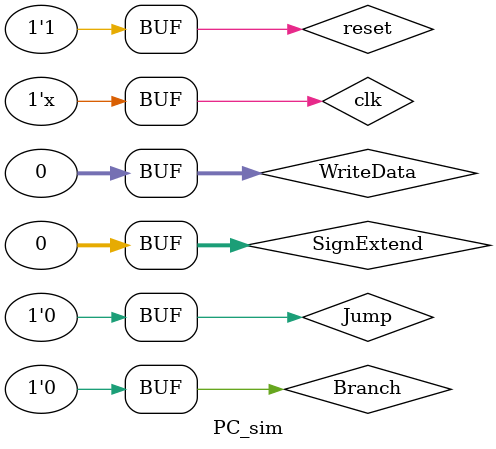
<source format=v>
`timescale 1ns / 1ps

    
module PC_sim;

    reg clk;
    reg reset;
    
    wire [31:0] CurAddress;
    
    reg Jump = 0,Branch = 0;
    
    wire [31:0] Instruction;
    reg [31:0] SignExtend = 0;
    
    wire [31:0] WriteData = 0; 
    wire [31:0] ExtendedData;
    
    wire [31:0] ReadData1, ReadData2;
    initial 
       begin
           clk = 0;
           reset = 0;
           # 10;
           reset = 1;
       end

    wire [31:0] Result;
    wire Zero;
    CPU_top myCPU(clk, reset, CurAddress, Instruction, ReadData1, ReadData2, ExtendedData, Result, Zero);
        
    always # 2 
    begin
        clk =~ clk;
    end
    
    
endmodule

</source>
